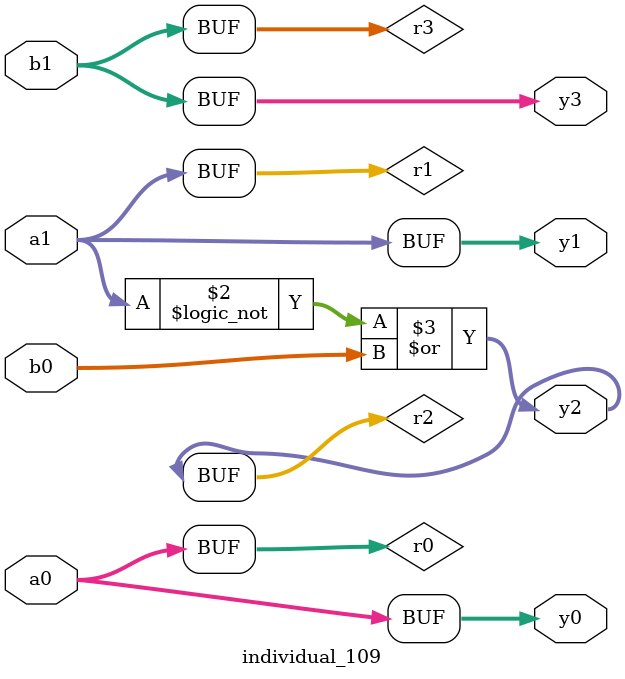
<source format=sv>
module individual_109(input logic [15:0] a1, input logic [15:0] a0, input logic [15:0] b1, input logic [15:0] b0, output logic [15:0] y3, output logic [15:0] y2, output logic [15:0] y1, output logic [15:0] y0);
logic [15:0] r0, r1, r2, r3; 
 always@(*) begin 
	 r0 = a0; r1 = a1; r2 = b0; r3 = b1; 
 	 r2 = ! a1 ;
 	 r2  |=  b0 ;
 	 y3 = r3; y2 = r2; y1 = r1; y0 = r0; 
end
endmodule
</source>
